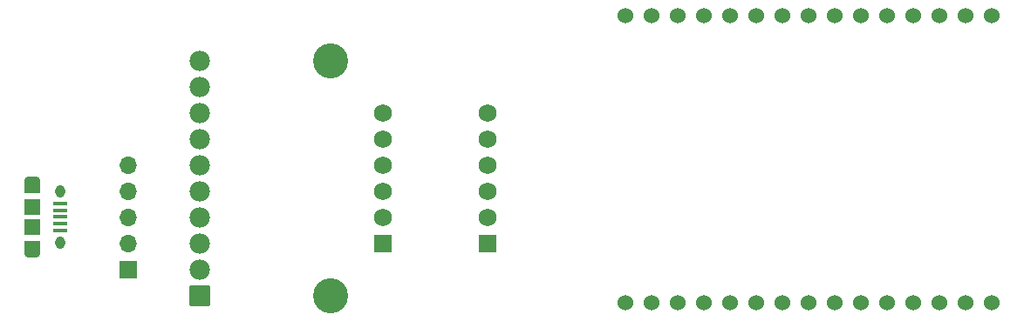
<source format=gbr>
%TF.GenerationSoftware,KiCad,Pcbnew,8.0.4*%
%TF.CreationDate,2024-08-26T16:43:06+08:00*%
%TF.ProjectId,ESP8266_Calib_Module,45535038-3236-4365-9f43-616c69625f4d,rev?*%
%TF.SameCoordinates,Original*%
%TF.FileFunction,Soldermask,Top*%
%TF.FilePolarity,Negative*%
%FSLAX46Y46*%
G04 Gerber Fmt 4.6, Leading zero omitted, Abs format (unit mm)*
G04 Created by KiCad (PCBNEW 8.0.4) date 2024-08-26 16:43:06*
%MOMM*%
%LPD*%
G01*
G04 APERTURE LIST*
G04 Aperture macros list*
%AMRoundRect*
0 Rectangle with rounded corners*
0 $1 Rounding radius*
0 $2 $3 $4 $5 $6 $7 $8 $9 X,Y pos of 4 corners*
0 Add a 4 corners polygon primitive as box body*
4,1,4,$2,$3,$4,$5,$6,$7,$8,$9,$2,$3,0*
0 Add four circle primitives for the rounded corners*
1,1,$1+$1,$2,$3*
1,1,$1+$1,$4,$5*
1,1,$1+$1,$6,$7*
1,1,$1+$1,$8,$9*
0 Add four rect primitives between the rounded corners*
20,1,$1+$1,$2,$3,$4,$5,0*
20,1,$1+$1,$4,$5,$6,$7,0*
20,1,$1+$1,$6,$7,$8,$9,0*
20,1,$1+$1,$8,$9,$2,$3,0*%
G04 Aperture macros list end*
%ADD10C,1.524000*%
%ADD11C,1.728000*%
%ADD12RoundRect,0.102000X0.762000X0.762000X-0.762000X0.762000X-0.762000X-0.762000X0.762000X-0.762000X0*%
%ADD13R,1.350000X0.400000*%
%ADD14O,1.550000X0.890000*%
%ADD15R,1.550000X1.200000*%
%ADD16O,0.950000X1.250000*%
%ADD17R,1.550000X1.500000*%
%ADD18RoundRect,0.102000X-0.889000X0.889000X-0.889000X-0.889000X0.889000X-0.889000X0.889000X0.889000X0*%
%ADD19C,1.982000*%
%ADD20C,3.404000*%
%ADD21R,1.700000X1.700000*%
%ADD22O,1.700000X1.700000*%
G04 APERTURE END LIST*
D10*
%TO.C,U4*%
X83975000Y-59970000D03*
X86515000Y-59970000D03*
X89055000Y-59970000D03*
X91595000Y-59970000D03*
X94135000Y-59970000D03*
X96675000Y-59970000D03*
X99215000Y-59970000D03*
X101755000Y-59970000D03*
X104295000Y-59970000D03*
X106835000Y-59970000D03*
X109375000Y-59970000D03*
X111915000Y-59970000D03*
X114455000Y-59970000D03*
X116995000Y-59970000D03*
X119535000Y-59970000D03*
X119535000Y-32030000D03*
X116995000Y-32030000D03*
X114455000Y-32030000D03*
X111915000Y-32030000D03*
X109375000Y-32030000D03*
X106835000Y-32030000D03*
X104295000Y-32030000D03*
X101755000Y-32030000D03*
X99215000Y-32030000D03*
X96675000Y-32030000D03*
X94135000Y-32030000D03*
X91595000Y-32030000D03*
X89055000Y-32030000D03*
X86515000Y-32030000D03*
X83975000Y-32030000D03*
%TD*%
D11*
%TO.C,U2*%
X60455000Y-46610000D03*
X70615000Y-46610000D03*
X60455000Y-49150000D03*
D12*
X60455000Y-54230000D03*
D11*
X60455000Y-51690000D03*
X60455000Y-44070000D03*
X60455000Y-41530000D03*
X70615000Y-49150000D03*
D12*
X70615000Y-54230000D03*
D11*
X70615000Y-51690000D03*
X70615000Y-44070000D03*
X70615000Y-41530000D03*
%TD*%
D13*
%TO.C,J2*%
X29110000Y-50330000D03*
X29110000Y-50980000D03*
X29110000Y-51630000D03*
X29110000Y-52280000D03*
X29110000Y-52930000D03*
D14*
X26410000Y-48130000D03*
D15*
X26410000Y-48730000D03*
D16*
X29110000Y-49130000D03*
D17*
X26410000Y-50630000D03*
X26410000Y-52630000D03*
D16*
X29110000Y-54130000D03*
D15*
X26410000Y-54530000D03*
D14*
X26410000Y-55130000D03*
%TD*%
D18*
%TO.C,U3*%
X42617500Y-59310000D03*
D19*
X42617500Y-56770000D03*
X42617500Y-54230000D03*
X42617500Y-51690000D03*
X42617500Y-49150000D03*
X42617500Y-46610000D03*
X42617500Y-44070000D03*
X42617500Y-41530000D03*
X42617500Y-38990000D03*
X42617500Y-36450000D03*
D20*
X55317500Y-36450000D03*
X55317500Y-59310000D03*
%TD*%
D21*
%TO.C,J1*%
X35725000Y-56755000D03*
D22*
X35725000Y-54215000D03*
X35725000Y-51675000D03*
X35725000Y-49135000D03*
X35725000Y-46595000D03*
%TD*%
M02*

</source>
